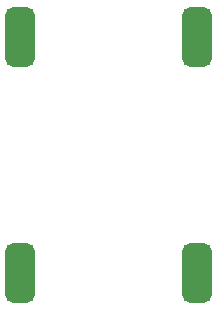
<source format=gtp>
G04 #@! TF.GenerationSoftware,KiCad,Pcbnew,8.0.8*
G04 #@! TF.CreationDate,2025-01-16T17:39:40+01:00*
G04 #@! TF.ProjectId,led_matrix,6c65645f-6d61-4747-9269-782e6b696361,rev?*
G04 #@! TF.SameCoordinates,Original*
G04 #@! TF.FileFunction,Paste,Top*
G04 #@! TF.FilePolarity,Positive*
%FSLAX46Y46*%
G04 Gerber Fmt 4.6, Leading zero omitted, Abs format (unit mm)*
G04 Created by KiCad (PCBNEW 8.0.8) date 2025-01-16 17:39:40*
%MOMM*%
%LPD*%
G01*
G04 APERTURE LIST*
G04 Aperture macros list*
%AMRoundRect*
0 Rectangle with rounded corners*
0 $1 Rounding radius*
0 $2 $3 $4 $5 $6 $7 $8 $9 X,Y pos of 4 corners*
0 Add a 4 corners polygon primitive as box body*
4,1,4,$2,$3,$4,$5,$6,$7,$8,$9,$2,$3,0*
0 Add four circle primitives for the rounded corners*
1,1,$1+$1,$2,$3*
1,1,$1+$1,$4,$5*
1,1,$1+$1,$6,$7*
1,1,$1+$1,$8,$9*
0 Add four rect primitives between the rounded corners*
20,1,$1+$1,$2,$3,$4,$5,0*
20,1,$1+$1,$4,$5,$6,$7,0*
20,1,$1+$1,$6,$7,$8,$9,0*
20,1,$1+$1,$8,$9,$2,$3,0*%
G04 Aperture macros list end*
%ADD10RoundRect,0.631000X0.631000X-1.869000X0.631000X1.869000X-0.631000X1.869000X-0.631000X-1.869000X0*%
G04 APERTURE END LIST*
D10*
X152000000Y-124000000D03*
X167000000Y-124000000D03*
X152000000Y-104000000D03*
X167000000Y-104000000D03*
M02*

</source>
